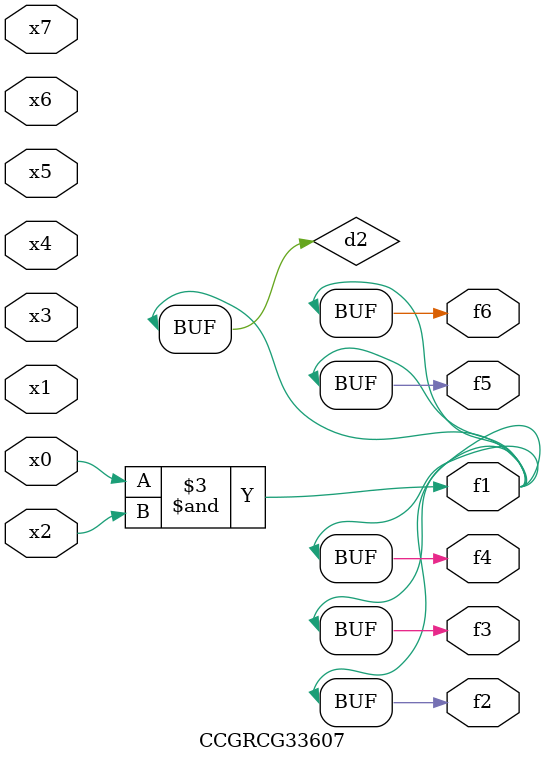
<source format=v>
module CCGRCG33607(
	input x0, x1, x2, x3, x4, x5, x6, x7,
	output f1, f2, f3, f4, f5, f6
);

	wire d1, d2;

	nor (d1, x3, x6);
	and (d2, x0, x2);
	assign f1 = d2;
	assign f2 = d2;
	assign f3 = d2;
	assign f4 = d2;
	assign f5 = d2;
	assign f6 = d2;
endmodule

</source>
